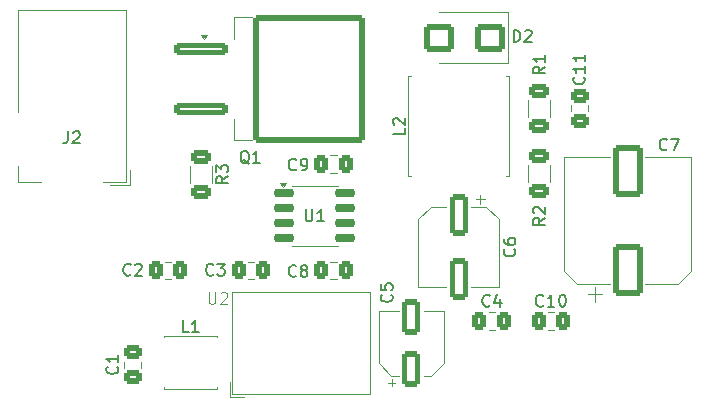
<source format=gbr>
%TF.GenerationSoftware,KiCad,Pcbnew,8.0.4+dfsg-1*%
%TF.CreationDate,2025-03-03T18:40:41+01:00*%
%TF.ProjectId,nixie-clock-psu,6e697869-652d-4636-9c6f-636b2d707375,rev?*%
%TF.SameCoordinates,Original*%
%TF.FileFunction,Legend,Top*%
%TF.FilePolarity,Positive*%
%FSLAX46Y46*%
G04 Gerber Fmt 4.6, Leading zero omitted, Abs format (unit mm)*
G04 Created by KiCad (PCBNEW 8.0.4+dfsg-1) date 2025-03-03 18:40:41*
%MOMM*%
%LPD*%
G01*
G04 APERTURE LIST*
G04 Aperture macros list*
%AMRoundRect*
0 Rectangle with rounded corners*
0 $1 Rounding radius*
0 $2 $3 $4 $5 $6 $7 $8 $9 X,Y pos of 4 corners*
0 Add a 4 corners polygon primitive as box body*
4,1,4,$2,$3,$4,$5,$6,$7,$8,$9,$2,$3,0*
0 Add four circle primitives for the rounded corners*
1,1,$1+$1,$2,$3*
1,1,$1+$1,$4,$5*
1,1,$1+$1,$6,$7*
1,1,$1+$1,$8,$9*
0 Add four rect primitives between the rounded corners*
20,1,$1+$1,$2,$3,$4,$5,0*
20,1,$1+$1,$4,$5,$6,$7,0*
20,1,$1+$1,$6,$7,$8,$9,0*
20,1,$1+$1,$8,$9,$2,$3,0*%
G04 Aperture macros list end*
%ADD10C,0.150000*%
%ADD11C,0.100000*%
%ADD12C,0.120000*%
%ADD13RoundRect,0.150000X-0.725000X-0.150000X0.725000X-0.150000X0.725000X0.150000X-0.725000X0.150000X0*%
%ADD14R,1.700000X2.500000*%
%ADD15O,1.700000X2.500000*%
%ADD16RoundRect,0.250000X-0.337500X-0.475000X0.337500X-0.475000X0.337500X0.475000X-0.337500X0.475000X0*%
%ADD17RoundRect,0.250000X-0.625000X0.312500X-0.625000X-0.312500X0.625000X-0.312500X0.625000X0.312500X0*%
%ADD18C,4.700000*%
%ADD19RoundRect,0.250000X0.550000X-1.250000X0.550000X1.250000X-0.550000X1.250000X-0.550000X-1.250000X0*%
%ADD20RoundRect,0.250000X-0.550000X1.500000X-0.550000X-1.500000X0.550000X-1.500000X0.550000X1.500000X0*%
%ADD21R,4.600000X2.000000*%
%ADD22O,4.200000X2.000000*%
%ADD23O,2.000000X4.200000*%
%ADD24RoundRect,0.250000X1.000000X0.900000X-1.000000X0.900000X-1.000000X-0.900000X1.000000X-0.900000X0*%
%ADD25RoundRect,0.250000X0.475000X-0.337500X0.475000X0.337500X-0.475000X0.337500X-0.475000X-0.337500X0*%
%ADD26RoundRect,0.250000X1.000000X-1.950000X1.000000X1.950000X-1.000000X1.950000X-1.000000X-1.950000X0*%
%ADD27RoundRect,0.250000X-2.050000X-0.300000X2.050000X-0.300000X2.050000X0.300000X-2.050000X0.300000X0*%
%ADD28RoundRect,0.250002X-4.449998X-5.149998X4.449998X-5.149998X4.449998X5.149998X-4.449998X5.149998X0*%
%ADD29RoundRect,0.250000X-0.475000X0.337500X-0.475000X-0.337500X0.475000X-0.337500X0.475000X0.337500X0*%
%ADD30R,1.100000X3.700000*%
%ADD31RoundRect,0.250000X0.337500X0.475000X-0.337500X0.475000X-0.337500X-0.475000X0.337500X-0.475000X0*%
%ADD32R,7.500000X2.200000*%
%ADD33R,1.700000X1.700000*%
%ADD34O,1.700000X1.700000*%
G04 APERTURE END LIST*
D10*
X178238095Y-104054819D02*
X178238095Y-104864342D01*
X178238095Y-104864342D02*
X178285714Y-104959580D01*
X178285714Y-104959580D02*
X178333333Y-105007200D01*
X178333333Y-105007200D02*
X178428571Y-105054819D01*
X178428571Y-105054819D02*
X178619047Y-105054819D01*
X178619047Y-105054819D02*
X178714285Y-105007200D01*
X178714285Y-105007200D02*
X178761904Y-104959580D01*
X178761904Y-104959580D02*
X178809523Y-104864342D01*
X178809523Y-104864342D02*
X178809523Y-104054819D01*
X179809523Y-105054819D02*
X179238095Y-105054819D01*
X179523809Y-105054819D02*
X179523809Y-104054819D01*
X179523809Y-104054819D02*
X179428571Y-104197676D01*
X179428571Y-104197676D02*
X179333333Y-104292914D01*
X179333333Y-104292914D02*
X179238095Y-104340533D01*
D11*
X170038095Y-111057419D02*
X170038095Y-111866942D01*
X170038095Y-111866942D02*
X170085714Y-111962180D01*
X170085714Y-111962180D02*
X170133333Y-112009800D01*
X170133333Y-112009800D02*
X170228571Y-112057419D01*
X170228571Y-112057419D02*
X170419047Y-112057419D01*
X170419047Y-112057419D02*
X170514285Y-112009800D01*
X170514285Y-112009800D02*
X170561904Y-111962180D01*
X170561904Y-111962180D02*
X170609523Y-111866942D01*
X170609523Y-111866942D02*
X170609523Y-111057419D01*
X171038095Y-111152657D02*
X171085714Y-111105038D01*
X171085714Y-111105038D02*
X171180952Y-111057419D01*
X171180952Y-111057419D02*
X171419047Y-111057419D01*
X171419047Y-111057419D02*
X171514285Y-111105038D01*
X171514285Y-111105038D02*
X171561904Y-111152657D01*
X171561904Y-111152657D02*
X171609523Y-111247895D01*
X171609523Y-111247895D02*
X171609523Y-111343133D01*
X171609523Y-111343133D02*
X171561904Y-111485990D01*
X171561904Y-111485990D02*
X170990476Y-112057419D01*
X170990476Y-112057419D02*
X171609523Y-112057419D01*
D10*
X170433333Y-109559580D02*
X170385714Y-109607200D01*
X170385714Y-109607200D02*
X170242857Y-109654819D01*
X170242857Y-109654819D02*
X170147619Y-109654819D01*
X170147619Y-109654819D02*
X170004762Y-109607200D01*
X170004762Y-109607200D02*
X169909524Y-109511961D01*
X169909524Y-109511961D02*
X169861905Y-109416723D01*
X169861905Y-109416723D02*
X169814286Y-109226247D01*
X169814286Y-109226247D02*
X169814286Y-109083390D01*
X169814286Y-109083390D02*
X169861905Y-108892914D01*
X169861905Y-108892914D02*
X169909524Y-108797676D01*
X169909524Y-108797676D02*
X170004762Y-108702438D01*
X170004762Y-108702438D02*
X170147619Y-108654819D01*
X170147619Y-108654819D02*
X170242857Y-108654819D01*
X170242857Y-108654819D02*
X170385714Y-108702438D01*
X170385714Y-108702438D02*
X170433333Y-108750057D01*
X170766667Y-108654819D02*
X171385714Y-108654819D01*
X171385714Y-108654819D02*
X171052381Y-109035771D01*
X171052381Y-109035771D02*
X171195238Y-109035771D01*
X171195238Y-109035771D02*
X171290476Y-109083390D01*
X171290476Y-109083390D02*
X171338095Y-109131009D01*
X171338095Y-109131009D02*
X171385714Y-109226247D01*
X171385714Y-109226247D02*
X171385714Y-109464342D01*
X171385714Y-109464342D02*
X171338095Y-109559580D01*
X171338095Y-109559580D02*
X171290476Y-109607200D01*
X171290476Y-109607200D02*
X171195238Y-109654819D01*
X171195238Y-109654819D02*
X170909524Y-109654819D01*
X170909524Y-109654819D02*
X170814286Y-109607200D01*
X170814286Y-109607200D02*
X170766667Y-109559580D01*
X198357142Y-112179580D02*
X198309523Y-112227200D01*
X198309523Y-112227200D02*
X198166666Y-112274819D01*
X198166666Y-112274819D02*
X198071428Y-112274819D01*
X198071428Y-112274819D02*
X197928571Y-112227200D01*
X197928571Y-112227200D02*
X197833333Y-112131961D01*
X197833333Y-112131961D02*
X197785714Y-112036723D01*
X197785714Y-112036723D02*
X197738095Y-111846247D01*
X197738095Y-111846247D02*
X197738095Y-111703390D01*
X197738095Y-111703390D02*
X197785714Y-111512914D01*
X197785714Y-111512914D02*
X197833333Y-111417676D01*
X197833333Y-111417676D02*
X197928571Y-111322438D01*
X197928571Y-111322438D02*
X198071428Y-111274819D01*
X198071428Y-111274819D02*
X198166666Y-111274819D01*
X198166666Y-111274819D02*
X198309523Y-111322438D01*
X198309523Y-111322438D02*
X198357142Y-111370057D01*
X199309523Y-112274819D02*
X198738095Y-112274819D01*
X199023809Y-112274819D02*
X199023809Y-111274819D01*
X199023809Y-111274819D02*
X198928571Y-111417676D01*
X198928571Y-111417676D02*
X198833333Y-111512914D01*
X198833333Y-111512914D02*
X198738095Y-111560533D01*
X199928571Y-111274819D02*
X200023809Y-111274819D01*
X200023809Y-111274819D02*
X200119047Y-111322438D01*
X200119047Y-111322438D02*
X200166666Y-111370057D01*
X200166666Y-111370057D02*
X200214285Y-111465295D01*
X200214285Y-111465295D02*
X200261904Y-111655771D01*
X200261904Y-111655771D02*
X200261904Y-111893866D01*
X200261904Y-111893866D02*
X200214285Y-112084342D01*
X200214285Y-112084342D02*
X200166666Y-112179580D01*
X200166666Y-112179580D02*
X200119047Y-112227200D01*
X200119047Y-112227200D02*
X200023809Y-112274819D01*
X200023809Y-112274819D02*
X199928571Y-112274819D01*
X199928571Y-112274819D02*
X199833333Y-112227200D01*
X199833333Y-112227200D02*
X199785714Y-112179580D01*
X199785714Y-112179580D02*
X199738095Y-112084342D01*
X199738095Y-112084342D02*
X199690476Y-111893866D01*
X199690476Y-111893866D02*
X199690476Y-111655771D01*
X199690476Y-111655771D02*
X199738095Y-111465295D01*
X199738095Y-111465295D02*
X199785714Y-111370057D01*
X199785714Y-111370057D02*
X199833333Y-111322438D01*
X199833333Y-111322438D02*
X199928571Y-111274819D01*
X198504819Y-104766666D02*
X198028628Y-105099999D01*
X198504819Y-105338094D02*
X197504819Y-105338094D01*
X197504819Y-105338094D02*
X197504819Y-104957142D01*
X197504819Y-104957142D02*
X197552438Y-104861904D01*
X197552438Y-104861904D02*
X197600057Y-104814285D01*
X197600057Y-104814285D02*
X197695295Y-104766666D01*
X197695295Y-104766666D02*
X197838152Y-104766666D01*
X197838152Y-104766666D02*
X197933390Y-104814285D01*
X197933390Y-104814285D02*
X197981009Y-104861904D01*
X197981009Y-104861904D02*
X198028628Y-104957142D01*
X198028628Y-104957142D02*
X198028628Y-105338094D01*
X197600057Y-104385713D02*
X197552438Y-104338094D01*
X197552438Y-104338094D02*
X197504819Y-104242856D01*
X197504819Y-104242856D02*
X197504819Y-104004761D01*
X197504819Y-104004761D02*
X197552438Y-103909523D01*
X197552438Y-103909523D02*
X197600057Y-103861904D01*
X197600057Y-103861904D02*
X197695295Y-103814285D01*
X197695295Y-103814285D02*
X197790533Y-103814285D01*
X197790533Y-103814285D02*
X197933390Y-103861904D01*
X197933390Y-103861904D02*
X198504819Y-104433332D01*
X198504819Y-104433332D02*
X198504819Y-103814285D01*
X193833333Y-112179580D02*
X193785714Y-112227200D01*
X193785714Y-112227200D02*
X193642857Y-112274819D01*
X193642857Y-112274819D02*
X193547619Y-112274819D01*
X193547619Y-112274819D02*
X193404762Y-112227200D01*
X193404762Y-112227200D02*
X193309524Y-112131961D01*
X193309524Y-112131961D02*
X193261905Y-112036723D01*
X193261905Y-112036723D02*
X193214286Y-111846247D01*
X193214286Y-111846247D02*
X193214286Y-111703390D01*
X193214286Y-111703390D02*
X193261905Y-111512914D01*
X193261905Y-111512914D02*
X193309524Y-111417676D01*
X193309524Y-111417676D02*
X193404762Y-111322438D01*
X193404762Y-111322438D02*
X193547619Y-111274819D01*
X193547619Y-111274819D02*
X193642857Y-111274819D01*
X193642857Y-111274819D02*
X193785714Y-111322438D01*
X193785714Y-111322438D02*
X193833333Y-111370057D01*
X194690476Y-111608152D02*
X194690476Y-112274819D01*
X194452381Y-111227200D02*
X194214286Y-111941485D01*
X194214286Y-111941485D02*
X194833333Y-111941485D01*
X185509580Y-111266666D02*
X185557200Y-111314285D01*
X185557200Y-111314285D02*
X185604819Y-111457142D01*
X185604819Y-111457142D02*
X185604819Y-111552380D01*
X185604819Y-111552380D02*
X185557200Y-111695237D01*
X185557200Y-111695237D02*
X185461961Y-111790475D01*
X185461961Y-111790475D02*
X185366723Y-111838094D01*
X185366723Y-111838094D02*
X185176247Y-111885713D01*
X185176247Y-111885713D02*
X185033390Y-111885713D01*
X185033390Y-111885713D02*
X184842914Y-111838094D01*
X184842914Y-111838094D02*
X184747676Y-111790475D01*
X184747676Y-111790475D02*
X184652438Y-111695237D01*
X184652438Y-111695237D02*
X184604819Y-111552380D01*
X184604819Y-111552380D02*
X184604819Y-111457142D01*
X184604819Y-111457142D02*
X184652438Y-111314285D01*
X184652438Y-111314285D02*
X184700057Y-111266666D01*
X184604819Y-110361904D02*
X184604819Y-110838094D01*
X184604819Y-110838094D02*
X185081009Y-110885713D01*
X185081009Y-110885713D02*
X185033390Y-110838094D01*
X185033390Y-110838094D02*
X184985771Y-110742856D01*
X184985771Y-110742856D02*
X184985771Y-110504761D01*
X184985771Y-110504761D02*
X185033390Y-110409523D01*
X185033390Y-110409523D02*
X185081009Y-110361904D01*
X185081009Y-110361904D02*
X185176247Y-110314285D01*
X185176247Y-110314285D02*
X185414342Y-110314285D01*
X185414342Y-110314285D02*
X185509580Y-110361904D01*
X185509580Y-110361904D02*
X185557200Y-110409523D01*
X185557200Y-110409523D02*
X185604819Y-110504761D01*
X185604819Y-110504761D02*
X185604819Y-110742856D01*
X185604819Y-110742856D02*
X185557200Y-110838094D01*
X185557200Y-110838094D02*
X185509580Y-110885713D01*
X195909580Y-107416666D02*
X195957200Y-107464285D01*
X195957200Y-107464285D02*
X196004819Y-107607142D01*
X196004819Y-107607142D02*
X196004819Y-107702380D01*
X196004819Y-107702380D02*
X195957200Y-107845237D01*
X195957200Y-107845237D02*
X195861961Y-107940475D01*
X195861961Y-107940475D02*
X195766723Y-107988094D01*
X195766723Y-107988094D02*
X195576247Y-108035713D01*
X195576247Y-108035713D02*
X195433390Y-108035713D01*
X195433390Y-108035713D02*
X195242914Y-107988094D01*
X195242914Y-107988094D02*
X195147676Y-107940475D01*
X195147676Y-107940475D02*
X195052438Y-107845237D01*
X195052438Y-107845237D02*
X195004819Y-107702380D01*
X195004819Y-107702380D02*
X195004819Y-107607142D01*
X195004819Y-107607142D02*
X195052438Y-107464285D01*
X195052438Y-107464285D02*
X195100057Y-107416666D01*
X195004819Y-106559523D02*
X195004819Y-106749999D01*
X195004819Y-106749999D02*
X195052438Y-106845237D01*
X195052438Y-106845237D02*
X195100057Y-106892856D01*
X195100057Y-106892856D02*
X195242914Y-106988094D01*
X195242914Y-106988094D02*
X195433390Y-107035713D01*
X195433390Y-107035713D02*
X195814342Y-107035713D01*
X195814342Y-107035713D02*
X195909580Y-106988094D01*
X195909580Y-106988094D02*
X195957200Y-106940475D01*
X195957200Y-106940475D02*
X196004819Y-106845237D01*
X196004819Y-106845237D02*
X196004819Y-106654761D01*
X196004819Y-106654761D02*
X195957200Y-106559523D01*
X195957200Y-106559523D02*
X195909580Y-106511904D01*
X195909580Y-106511904D02*
X195814342Y-106464285D01*
X195814342Y-106464285D02*
X195576247Y-106464285D01*
X195576247Y-106464285D02*
X195481009Y-106511904D01*
X195481009Y-106511904D02*
X195433390Y-106559523D01*
X195433390Y-106559523D02*
X195385771Y-106654761D01*
X195385771Y-106654761D02*
X195385771Y-106845237D01*
X195385771Y-106845237D02*
X195433390Y-106940475D01*
X195433390Y-106940475D02*
X195481009Y-106988094D01*
X195481009Y-106988094D02*
X195576247Y-107035713D01*
X158121666Y-97454819D02*
X158121666Y-98169104D01*
X158121666Y-98169104D02*
X158074047Y-98311961D01*
X158074047Y-98311961D02*
X157978809Y-98407200D01*
X157978809Y-98407200D02*
X157835952Y-98454819D01*
X157835952Y-98454819D02*
X157740714Y-98454819D01*
X158550238Y-97550057D02*
X158597857Y-97502438D01*
X158597857Y-97502438D02*
X158693095Y-97454819D01*
X158693095Y-97454819D02*
X158931190Y-97454819D01*
X158931190Y-97454819D02*
X159026428Y-97502438D01*
X159026428Y-97502438D02*
X159074047Y-97550057D01*
X159074047Y-97550057D02*
X159121666Y-97645295D01*
X159121666Y-97645295D02*
X159121666Y-97740533D01*
X159121666Y-97740533D02*
X159074047Y-97883390D01*
X159074047Y-97883390D02*
X158502619Y-98454819D01*
X158502619Y-98454819D02*
X159121666Y-98454819D01*
X195857905Y-89862819D02*
X195857905Y-88862819D01*
X195857905Y-88862819D02*
X196096000Y-88862819D01*
X196096000Y-88862819D02*
X196238857Y-88910438D01*
X196238857Y-88910438D02*
X196334095Y-89005676D01*
X196334095Y-89005676D02*
X196381714Y-89100914D01*
X196381714Y-89100914D02*
X196429333Y-89291390D01*
X196429333Y-89291390D02*
X196429333Y-89434247D01*
X196429333Y-89434247D02*
X196381714Y-89624723D01*
X196381714Y-89624723D02*
X196334095Y-89719961D01*
X196334095Y-89719961D02*
X196238857Y-89815200D01*
X196238857Y-89815200D02*
X196096000Y-89862819D01*
X196096000Y-89862819D02*
X195857905Y-89862819D01*
X196810286Y-88958057D02*
X196857905Y-88910438D01*
X196857905Y-88910438D02*
X196953143Y-88862819D01*
X196953143Y-88862819D02*
X197191238Y-88862819D01*
X197191238Y-88862819D02*
X197286476Y-88910438D01*
X197286476Y-88910438D02*
X197334095Y-88958057D01*
X197334095Y-88958057D02*
X197381714Y-89053295D01*
X197381714Y-89053295D02*
X197381714Y-89148533D01*
X197381714Y-89148533D02*
X197334095Y-89291390D01*
X197334095Y-89291390D02*
X196762667Y-89862819D01*
X196762667Y-89862819D02*
X197381714Y-89862819D01*
X162279580Y-117366666D02*
X162327200Y-117414285D01*
X162327200Y-117414285D02*
X162374819Y-117557142D01*
X162374819Y-117557142D02*
X162374819Y-117652380D01*
X162374819Y-117652380D02*
X162327200Y-117795237D01*
X162327200Y-117795237D02*
X162231961Y-117890475D01*
X162231961Y-117890475D02*
X162136723Y-117938094D01*
X162136723Y-117938094D02*
X161946247Y-117985713D01*
X161946247Y-117985713D02*
X161803390Y-117985713D01*
X161803390Y-117985713D02*
X161612914Y-117938094D01*
X161612914Y-117938094D02*
X161517676Y-117890475D01*
X161517676Y-117890475D02*
X161422438Y-117795237D01*
X161422438Y-117795237D02*
X161374819Y-117652380D01*
X161374819Y-117652380D02*
X161374819Y-117557142D01*
X161374819Y-117557142D02*
X161422438Y-117414285D01*
X161422438Y-117414285D02*
X161470057Y-117366666D01*
X162374819Y-116414285D02*
X162374819Y-116985713D01*
X162374819Y-116699999D02*
X161374819Y-116699999D01*
X161374819Y-116699999D02*
X161517676Y-116795237D01*
X161517676Y-116795237D02*
X161612914Y-116890475D01*
X161612914Y-116890475D02*
X161660533Y-116985713D01*
X208833333Y-98959580D02*
X208785714Y-99007200D01*
X208785714Y-99007200D02*
X208642857Y-99054819D01*
X208642857Y-99054819D02*
X208547619Y-99054819D01*
X208547619Y-99054819D02*
X208404762Y-99007200D01*
X208404762Y-99007200D02*
X208309524Y-98911961D01*
X208309524Y-98911961D02*
X208261905Y-98816723D01*
X208261905Y-98816723D02*
X208214286Y-98626247D01*
X208214286Y-98626247D02*
X208214286Y-98483390D01*
X208214286Y-98483390D02*
X208261905Y-98292914D01*
X208261905Y-98292914D02*
X208309524Y-98197676D01*
X208309524Y-98197676D02*
X208404762Y-98102438D01*
X208404762Y-98102438D02*
X208547619Y-98054819D01*
X208547619Y-98054819D02*
X208642857Y-98054819D01*
X208642857Y-98054819D02*
X208785714Y-98102438D01*
X208785714Y-98102438D02*
X208833333Y-98150057D01*
X209166667Y-98054819D02*
X209833333Y-98054819D01*
X209833333Y-98054819D02*
X209404762Y-99054819D01*
X198504819Y-91966666D02*
X198028628Y-92299999D01*
X198504819Y-92538094D02*
X197504819Y-92538094D01*
X197504819Y-92538094D02*
X197504819Y-92157142D01*
X197504819Y-92157142D02*
X197552438Y-92061904D01*
X197552438Y-92061904D02*
X197600057Y-92014285D01*
X197600057Y-92014285D02*
X197695295Y-91966666D01*
X197695295Y-91966666D02*
X197838152Y-91966666D01*
X197838152Y-91966666D02*
X197933390Y-92014285D01*
X197933390Y-92014285D02*
X197981009Y-92061904D01*
X197981009Y-92061904D02*
X198028628Y-92157142D01*
X198028628Y-92157142D02*
X198028628Y-92538094D01*
X198504819Y-91014285D02*
X198504819Y-91585713D01*
X198504819Y-91299999D02*
X197504819Y-91299999D01*
X197504819Y-91299999D02*
X197647676Y-91395237D01*
X197647676Y-91395237D02*
X197742914Y-91490475D01*
X197742914Y-91490475D02*
X197790533Y-91585713D01*
X171674819Y-101258666D02*
X171198628Y-101591999D01*
X171674819Y-101830094D02*
X170674819Y-101830094D01*
X170674819Y-101830094D02*
X170674819Y-101449142D01*
X170674819Y-101449142D02*
X170722438Y-101353904D01*
X170722438Y-101353904D02*
X170770057Y-101306285D01*
X170770057Y-101306285D02*
X170865295Y-101258666D01*
X170865295Y-101258666D02*
X171008152Y-101258666D01*
X171008152Y-101258666D02*
X171103390Y-101306285D01*
X171103390Y-101306285D02*
X171151009Y-101353904D01*
X171151009Y-101353904D02*
X171198628Y-101449142D01*
X171198628Y-101449142D02*
X171198628Y-101830094D01*
X170674819Y-100925332D02*
X170674819Y-100306285D01*
X170674819Y-100306285D02*
X171055771Y-100639618D01*
X171055771Y-100639618D02*
X171055771Y-100496761D01*
X171055771Y-100496761D02*
X171103390Y-100401523D01*
X171103390Y-100401523D02*
X171151009Y-100353904D01*
X171151009Y-100353904D02*
X171246247Y-100306285D01*
X171246247Y-100306285D02*
X171484342Y-100306285D01*
X171484342Y-100306285D02*
X171579580Y-100353904D01*
X171579580Y-100353904D02*
X171627200Y-100401523D01*
X171627200Y-100401523D02*
X171674819Y-100496761D01*
X171674819Y-100496761D02*
X171674819Y-100782475D01*
X171674819Y-100782475D02*
X171627200Y-100877713D01*
X171627200Y-100877713D02*
X171579580Y-100925332D01*
X173454761Y-100200057D02*
X173359523Y-100152438D01*
X173359523Y-100152438D02*
X173264285Y-100057200D01*
X173264285Y-100057200D02*
X173121428Y-99914342D01*
X173121428Y-99914342D02*
X173026190Y-99866723D01*
X173026190Y-99866723D02*
X172930952Y-99866723D01*
X172978571Y-100104819D02*
X172883333Y-100057200D01*
X172883333Y-100057200D02*
X172788095Y-99961961D01*
X172788095Y-99961961D02*
X172740476Y-99771485D01*
X172740476Y-99771485D02*
X172740476Y-99438152D01*
X172740476Y-99438152D02*
X172788095Y-99247676D01*
X172788095Y-99247676D02*
X172883333Y-99152438D01*
X172883333Y-99152438D02*
X172978571Y-99104819D01*
X172978571Y-99104819D02*
X173169047Y-99104819D01*
X173169047Y-99104819D02*
X173264285Y-99152438D01*
X173264285Y-99152438D02*
X173359523Y-99247676D01*
X173359523Y-99247676D02*
X173407142Y-99438152D01*
X173407142Y-99438152D02*
X173407142Y-99771485D01*
X173407142Y-99771485D02*
X173359523Y-99961961D01*
X173359523Y-99961961D02*
X173264285Y-100057200D01*
X173264285Y-100057200D02*
X173169047Y-100104819D01*
X173169047Y-100104819D02*
X172978571Y-100104819D01*
X174359523Y-100104819D02*
X173788095Y-100104819D01*
X174073809Y-100104819D02*
X174073809Y-99104819D01*
X174073809Y-99104819D02*
X173978571Y-99247676D01*
X173978571Y-99247676D02*
X173883333Y-99342914D01*
X173883333Y-99342914D02*
X173788095Y-99390533D01*
X201781580Y-92844857D02*
X201829200Y-92892476D01*
X201829200Y-92892476D02*
X201876819Y-93035333D01*
X201876819Y-93035333D02*
X201876819Y-93130571D01*
X201876819Y-93130571D02*
X201829200Y-93273428D01*
X201829200Y-93273428D02*
X201733961Y-93368666D01*
X201733961Y-93368666D02*
X201638723Y-93416285D01*
X201638723Y-93416285D02*
X201448247Y-93463904D01*
X201448247Y-93463904D02*
X201305390Y-93463904D01*
X201305390Y-93463904D02*
X201114914Y-93416285D01*
X201114914Y-93416285D02*
X201019676Y-93368666D01*
X201019676Y-93368666D02*
X200924438Y-93273428D01*
X200924438Y-93273428D02*
X200876819Y-93130571D01*
X200876819Y-93130571D02*
X200876819Y-93035333D01*
X200876819Y-93035333D02*
X200924438Y-92892476D01*
X200924438Y-92892476D02*
X200972057Y-92844857D01*
X201876819Y-91892476D02*
X201876819Y-92463904D01*
X201876819Y-92178190D02*
X200876819Y-92178190D01*
X200876819Y-92178190D02*
X201019676Y-92273428D01*
X201019676Y-92273428D02*
X201114914Y-92368666D01*
X201114914Y-92368666D02*
X201162533Y-92463904D01*
X201876819Y-90940095D02*
X201876819Y-91511523D01*
X201876819Y-91225809D02*
X200876819Y-91225809D01*
X200876819Y-91225809D02*
X201019676Y-91321047D01*
X201019676Y-91321047D02*
X201114914Y-91416285D01*
X201114914Y-91416285D02*
X201162533Y-91511523D01*
X168333333Y-114454819D02*
X167857143Y-114454819D01*
X167857143Y-114454819D02*
X167857143Y-113454819D01*
X169190476Y-114454819D02*
X168619048Y-114454819D01*
X168904762Y-114454819D02*
X168904762Y-113454819D01*
X168904762Y-113454819D02*
X168809524Y-113597676D01*
X168809524Y-113597676D02*
X168714286Y-113692914D01*
X168714286Y-113692914D02*
X168619048Y-113740533D01*
X163433333Y-109559580D02*
X163385714Y-109607200D01*
X163385714Y-109607200D02*
X163242857Y-109654819D01*
X163242857Y-109654819D02*
X163147619Y-109654819D01*
X163147619Y-109654819D02*
X163004762Y-109607200D01*
X163004762Y-109607200D02*
X162909524Y-109511961D01*
X162909524Y-109511961D02*
X162861905Y-109416723D01*
X162861905Y-109416723D02*
X162814286Y-109226247D01*
X162814286Y-109226247D02*
X162814286Y-109083390D01*
X162814286Y-109083390D02*
X162861905Y-108892914D01*
X162861905Y-108892914D02*
X162909524Y-108797676D01*
X162909524Y-108797676D02*
X163004762Y-108702438D01*
X163004762Y-108702438D02*
X163147619Y-108654819D01*
X163147619Y-108654819D02*
X163242857Y-108654819D01*
X163242857Y-108654819D02*
X163385714Y-108702438D01*
X163385714Y-108702438D02*
X163433333Y-108750057D01*
X163814286Y-108750057D02*
X163861905Y-108702438D01*
X163861905Y-108702438D02*
X163957143Y-108654819D01*
X163957143Y-108654819D02*
X164195238Y-108654819D01*
X164195238Y-108654819D02*
X164290476Y-108702438D01*
X164290476Y-108702438D02*
X164338095Y-108750057D01*
X164338095Y-108750057D02*
X164385714Y-108845295D01*
X164385714Y-108845295D02*
X164385714Y-108940533D01*
X164385714Y-108940533D02*
X164338095Y-109083390D01*
X164338095Y-109083390D02*
X163766667Y-109654819D01*
X163766667Y-109654819D02*
X164385714Y-109654819D01*
X177433333Y-100659580D02*
X177385714Y-100707200D01*
X177385714Y-100707200D02*
X177242857Y-100754819D01*
X177242857Y-100754819D02*
X177147619Y-100754819D01*
X177147619Y-100754819D02*
X177004762Y-100707200D01*
X177004762Y-100707200D02*
X176909524Y-100611961D01*
X176909524Y-100611961D02*
X176861905Y-100516723D01*
X176861905Y-100516723D02*
X176814286Y-100326247D01*
X176814286Y-100326247D02*
X176814286Y-100183390D01*
X176814286Y-100183390D02*
X176861905Y-99992914D01*
X176861905Y-99992914D02*
X176909524Y-99897676D01*
X176909524Y-99897676D02*
X177004762Y-99802438D01*
X177004762Y-99802438D02*
X177147619Y-99754819D01*
X177147619Y-99754819D02*
X177242857Y-99754819D01*
X177242857Y-99754819D02*
X177385714Y-99802438D01*
X177385714Y-99802438D02*
X177433333Y-99850057D01*
X177909524Y-100754819D02*
X178100000Y-100754819D01*
X178100000Y-100754819D02*
X178195238Y-100707200D01*
X178195238Y-100707200D02*
X178242857Y-100659580D01*
X178242857Y-100659580D02*
X178338095Y-100516723D01*
X178338095Y-100516723D02*
X178385714Y-100326247D01*
X178385714Y-100326247D02*
X178385714Y-99945295D01*
X178385714Y-99945295D02*
X178338095Y-99850057D01*
X178338095Y-99850057D02*
X178290476Y-99802438D01*
X178290476Y-99802438D02*
X178195238Y-99754819D01*
X178195238Y-99754819D02*
X178004762Y-99754819D01*
X178004762Y-99754819D02*
X177909524Y-99802438D01*
X177909524Y-99802438D02*
X177861905Y-99850057D01*
X177861905Y-99850057D02*
X177814286Y-99945295D01*
X177814286Y-99945295D02*
X177814286Y-100183390D01*
X177814286Y-100183390D02*
X177861905Y-100278628D01*
X177861905Y-100278628D02*
X177909524Y-100326247D01*
X177909524Y-100326247D02*
X178004762Y-100373866D01*
X178004762Y-100373866D02*
X178195238Y-100373866D01*
X178195238Y-100373866D02*
X178290476Y-100326247D01*
X178290476Y-100326247D02*
X178338095Y-100278628D01*
X178338095Y-100278628D02*
X178385714Y-100183390D01*
X186654819Y-97166666D02*
X186654819Y-97642856D01*
X186654819Y-97642856D02*
X185654819Y-97642856D01*
X185750057Y-96880951D02*
X185702438Y-96833332D01*
X185702438Y-96833332D02*
X185654819Y-96738094D01*
X185654819Y-96738094D02*
X185654819Y-96499999D01*
X185654819Y-96499999D02*
X185702438Y-96404761D01*
X185702438Y-96404761D02*
X185750057Y-96357142D01*
X185750057Y-96357142D02*
X185845295Y-96309523D01*
X185845295Y-96309523D02*
X185940533Y-96309523D01*
X185940533Y-96309523D02*
X186083390Y-96357142D01*
X186083390Y-96357142D02*
X186654819Y-96928570D01*
X186654819Y-96928570D02*
X186654819Y-96309523D01*
X177433333Y-109659580D02*
X177385714Y-109707200D01*
X177385714Y-109707200D02*
X177242857Y-109754819D01*
X177242857Y-109754819D02*
X177147619Y-109754819D01*
X177147619Y-109754819D02*
X177004762Y-109707200D01*
X177004762Y-109707200D02*
X176909524Y-109611961D01*
X176909524Y-109611961D02*
X176861905Y-109516723D01*
X176861905Y-109516723D02*
X176814286Y-109326247D01*
X176814286Y-109326247D02*
X176814286Y-109183390D01*
X176814286Y-109183390D02*
X176861905Y-108992914D01*
X176861905Y-108992914D02*
X176909524Y-108897676D01*
X176909524Y-108897676D02*
X177004762Y-108802438D01*
X177004762Y-108802438D02*
X177147619Y-108754819D01*
X177147619Y-108754819D02*
X177242857Y-108754819D01*
X177242857Y-108754819D02*
X177385714Y-108802438D01*
X177385714Y-108802438D02*
X177433333Y-108850057D01*
X178004762Y-109183390D02*
X177909524Y-109135771D01*
X177909524Y-109135771D02*
X177861905Y-109088152D01*
X177861905Y-109088152D02*
X177814286Y-108992914D01*
X177814286Y-108992914D02*
X177814286Y-108945295D01*
X177814286Y-108945295D02*
X177861905Y-108850057D01*
X177861905Y-108850057D02*
X177909524Y-108802438D01*
X177909524Y-108802438D02*
X178004762Y-108754819D01*
X178004762Y-108754819D02*
X178195238Y-108754819D01*
X178195238Y-108754819D02*
X178290476Y-108802438D01*
X178290476Y-108802438D02*
X178338095Y-108850057D01*
X178338095Y-108850057D02*
X178385714Y-108945295D01*
X178385714Y-108945295D02*
X178385714Y-108992914D01*
X178385714Y-108992914D02*
X178338095Y-109088152D01*
X178338095Y-109088152D02*
X178290476Y-109135771D01*
X178290476Y-109135771D02*
X178195238Y-109183390D01*
X178195238Y-109183390D02*
X178004762Y-109183390D01*
X178004762Y-109183390D02*
X177909524Y-109231009D01*
X177909524Y-109231009D02*
X177861905Y-109278628D01*
X177861905Y-109278628D02*
X177814286Y-109373866D01*
X177814286Y-109373866D02*
X177814286Y-109564342D01*
X177814286Y-109564342D02*
X177861905Y-109659580D01*
X177861905Y-109659580D02*
X177909524Y-109707200D01*
X177909524Y-109707200D02*
X178004762Y-109754819D01*
X178004762Y-109754819D02*
X178195238Y-109754819D01*
X178195238Y-109754819D02*
X178290476Y-109707200D01*
X178290476Y-109707200D02*
X178338095Y-109659580D01*
X178338095Y-109659580D02*
X178385714Y-109564342D01*
X178385714Y-109564342D02*
X178385714Y-109373866D01*
X178385714Y-109373866D02*
X178338095Y-109278628D01*
X178338095Y-109278628D02*
X178290476Y-109231009D01*
X178290476Y-109231009D02*
X178195238Y-109183390D01*
D12*
%TO.C,U1*%
X179000000Y-102040000D02*
X177050000Y-102040000D01*
X179000000Y-102040000D02*
X180950000Y-102040000D01*
X179000000Y-107160000D02*
X177050000Y-107160000D01*
X179000000Y-107160000D02*
X180950000Y-107160000D01*
X176300000Y-102135000D02*
X176060000Y-101805000D01*
X176540000Y-101805000D01*
X176300000Y-102135000D01*
G36*
X176300000Y-102135000D02*
G01*
X176060000Y-101805000D01*
X176540000Y-101805000D01*
X176300000Y-102135000D01*
G37*
%TO.C,U2*%
X171800000Y-118660000D02*
X171800000Y-119900000D01*
X172050000Y-119660000D02*
X172050000Y-111040000D01*
X173040000Y-119900000D02*
X171800000Y-119900000D01*
X183670000Y-111040000D02*
X172050000Y-111040000D01*
X183670000Y-119660000D02*
X172050000Y-119660000D01*
X183670000Y-119660000D02*
X183670000Y-111040000D01*
%TO.C,C3*%
X173338748Y-108465000D02*
X173861252Y-108465000D01*
X173338748Y-109935000D02*
X173861252Y-109935000D01*
%TO.C,C10*%
X198738748Y-112765000D02*
X199261252Y-112765000D01*
X198738748Y-114235000D02*
X199261252Y-114235000D01*
%TO.C,R2*%
X197090000Y-100272936D02*
X197090000Y-101727064D01*
X198910000Y-100272936D02*
X198910000Y-101727064D01*
%TO.C,C4*%
X193738748Y-112765000D02*
X194261252Y-112765000D01*
X193738748Y-114235000D02*
X194261252Y-114235000D01*
%TO.C,C5*%
X184440000Y-112640000D02*
X186140000Y-112640000D01*
X184440000Y-117095563D02*
X184440000Y-112640000D01*
X185202500Y-118712500D02*
X185827500Y-118712500D01*
X185504437Y-118160000D02*
X184440000Y-117095563D01*
X185504437Y-118160000D02*
X186140000Y-118160000D01*
X185515000Y-119025000D02*
X185515000Y-118400000D01*
X188895563Y-118160000D02*
X188260000Y-118160000D01*
X188895563Y-118160000D02*
X189960000Y-117095563D01*
X189960000Y-112640000D02*
X188260000Y-112640000D01*
X189960000Y-117095563D02*
X189960000Y-112640000D01*
%TO.C,C6*%
X187790000Y-104904437D02*
X187790000Y-110660000D01*
X187790000Y-110660000D02*
X190140000Y-110660000D01*
X188854437Y-103840000D02*
X187790000Y-104904437D01*
X188854437Y-103840000D02*
X190140000Y-103840000D01*
X193047500Y-102812500D02*
X193047500Y-103600000D01*
X193441250Y-103206250D02*
X192653750Y-103206250D01*
X193545563Y-103840000D02*
X192260000Y-103840000D01*
X193545563Y-103840000D02*
X194610000Y-104904437D01*
X194610000Y-104904437D02*
X194610000Y-110660000D01*
X194610000Y-110660000D02*
X192260000Y-110660000D01*
%TO.C,J2*%
X153855000Y-87200000D02*
X163055000Y-87200000D01*
X153855000Y-95800000D02*
X153855000Y-87200000D01*
X153855000Y-101700000D02*
X153855000Y-100400000D01*
X155855000Y-101700000D02*
X153855000Y-101700000D01*
X161655000Y-102000000D02*
X163355000Y-102000000D01*
X163055000Y-87200000D02*
X163055000Y-101700000D01*
X163055000Y-101700000D02*
X161055000Y-101700000D01*
X163355000Y-102000000D02*
X163355000Y-100700000D01*
%TO.C,D2*%
X195360000Y-87350000D02*
X189550000Y-87350000D01*
X195360000Y-91650000D02*
X189550000Y-91650000D01*
X195360000Y-91650000D02*
X195360000Y-87350000D01*
%TO.C,C1*%
X162865000Y-117461252D02*
X162865000Y-116938748D01*
X164335000Y-117461252D02*
X164335000Y-116938748D01*
%TO.C,C7*%
X200140000Y-99640000D02*
X203990000Y-99640000D01*
X200140000Y-109295563D02*
X200140000Y-99640000D01*
X201204437Y-110360000D02*
X200140000Y-109295563D01*
X201204437Y-110360000D02*
X203990000Y-110360000D01*
X202115000Y-111225000D02*
X203365000Y-111225000D01*
X202740000Y-111850000D02*
X202740000Y-110600000D01*
X209795563Y-110360000D02*
X207010000Y-110360000D01*
X209795563Y-110360000D02*
X210860000Y-109295563D01*
X210860000Y-99640000D02*
X207010000Y-99640000D01*
X210860000Y-109295563D02*
X210860000Y-99640000D01*
%TO.C,R1*%
X197090000Y-94772936D02*
X197090000Y-96227064D01*
X198910000Y-94772936D02*
X198910000Y-96227064D01*
%TO.C,R3*%
X168490000Y-100364936D02*
X168490000Y-101819064D01*
X170310000Y-100364936D02*
X170310000Y-101819064D01*
%TO.C,Q1*%
X172175000Y-87800000D02*
X172175000Y-89610000D01*
X172175000Y-98200000D02*
X172175000Y-96390000D01*
X173675000Y-87800000D02*
X172175000Y-87800000D01*
X173675000Y-98200000D02*
X172175000Y-98200000D01*
X169612500Y-89610000D02*
X169372500Y-89280000D01*
X169852500Y-89280000D01*
X169612500Y-89610000D01*
G36*
X169612500Y-89610000D02*
G01*
X169372500Y-89280000D01*
X169852500Y-89280000D01*
X169612500Y-89610000D01*
G37*
%TO.C,C11*%
X200715000Y-95238748D02*
X200715000Y-95761252D01*
X202185000Y-95238748D02*
X202185000Y-95761252D01*
%TO.C,L1*%
X166240000Y-114740000D02*
X166240000Y-114890000D01*
X166240000Y-114740000D02*
X170760000Y-114740000D01*
X166240000Y-119260000D02*
X166240000Y-119110000D01*
X166240000Y-119260000D02*
X170760000Y-119260000D01*
X170760000Y-114740000D02*
X170760000Y-114890000D01*
X170760000Y-119260000D02*
X170760000Y-119110000D01*
%TO.C,C2*%
X166338748Y-108465000D02*
X166861252Y-108465000D01*
X166338748Y-109935000D02*
X166861252Y-109935000D01*
%TO.C,C9*%
X180861252Y-99465000D02*
X180338748Y-99465000D01*
X180861252Y-100935000D02*
X180338748Y-100935000D01*
%TO.C,L2*%
X186940000Y-92740000D02*
X187190000Y-92740000D01*
X186940000Y-101260000D02*
X186940000Y-92740000D01*
X186940000Y-101260000D02*
X187190000Y-101260000D01*
X195460000Y-92740000D02*
X195210000Y-92740000D01*
X195460000Y-101260000D02*
X195210000Y-101260000D01*
X195460000Y-101260000D02*
X195460000Y-92740000D01*
%TO.C,C8*%
X180338748Y-108465000D02*
X180861252Y-108465000D01*
X180338748Y-109935000D02*
X180861252Y-109935000D01*
%TD*%
%LPC*%
D13*
%TO.C,U1*%
X176425000Y-102695000D03*
X176425000Y-103965000D03*
X176425000Y-105235000D03*
X176425000Y-106505000D03*
X181575000Y-106505000D03*
X181575000Y-105235000D03*
X181575000Y-103965000D03*
X181575000Y-102695000D03*
%TD*%
D14*
%TO.C,U2*%
X175320000Y-117600000D03*
D15*
X177860000Y-117600000D03*
X180400000Y-117600000D03*
%TD*%
D16*
%TO.C,C3*%
X172562500Y-109200000D03*
X174637500Y-109200000D03*
%TD*%
%TO.C,C10*%
X197962500Y-113500000D03*
X200037500Y-113500000D03*
%TD*%
D17*
%TO.C,R2*%
X198000000Y-99537500D03*
X198000000Y-102462500D03*
%TD*%
D18*
%TO.C,H4*%
X206000000Y-91000000D03*
%TD*%
D16*
%TO.C,C4*%
X192962500Y-113500000D03*
X195037500Y-113500000D03*
%TD*%
D19*
%TO.C,C5*%
X187200000Y-117600000D03*
X187200000Y-113200000D03*
%TD*%
D20*
%TO.C,C6*%
X191200000Y-104550000D03*
X191200000Y-109950000D03*
%TD*%
D18*
%TO.C,H2*%
X150000000Y-116000000D03*
%TD*%
%TO.C,H3*%
X150000000Y-91000000D03*
%TD*%
D21*
%TO.C,J2*%
X158455000Y-101000000D03*
D22*
X158455000Y-94700000D03*
D23*
X153655000Y-98100000D03*
%TD*%
D24*
%TO.C,D2*%
X193850000Y-89500000D03*
X189550000Y-89500000D03*
%TD*%
D25*
%TO.C,C1*%
X163600000Y-118237500D03*
X163600000Y-116162500D03*
%TD*%
D26*
%TO.C,C7*%
X205500000Y-109200000D03*
X205500000Y-100800000D03*
%TD*%
D17*
%TO.C,R1*%
X198000000Y-94037500D03*
X198000000Y-96962500D03*
%TD*%
%TO.C,R3*%
X169400000Y-99629500D03*
X169400000Y-102554500D03*
%TD*%
D27*
%TO.C,Q1*%
X169350000Y-90460000D03*
D28*
X178500000Y-93000000D03*
D27*
X169350000Y-95540000D03*
%TD*%
D29*
%TO.C,C11*%
X201450000Y-94462500D03*
X201450000Y-96537500D03*
%TD*%
D30*
%TO.C,L1*%
X167000000Y-117000000D03*
X170000000Y-117000000D03*
%TD*%
D16*
%TO.C,C2*%
X165562500Y-109200000D03*
X167637500Y-109200000D03*
%TD*%
D31*
%TO.C,C9*%
X181637500Y-100200000D03*
X179562500Y-100200000D03*
%TD*%
D32*
%TO.C,L2*%
X191200000Y-100000000D03*
X191200000Y-94000000D03*
%TD*%
D18*
%TO.C,H1*%
X206000000Y-116000000D03*
%TD*%
D16*
%TO.C,C8*%
X179562500Y-109200000D03*
X181637500Y-109200000D03*
%TD*%
D33*
%TO.C,J1*%
X193000000Y-117000000D03*
D34*
X195540000Y-117000000D03*
X198080000Y-117000000D03*
X200620000Y-117000000D03*
%TD*%
%LPD*%
M02*

</source>
